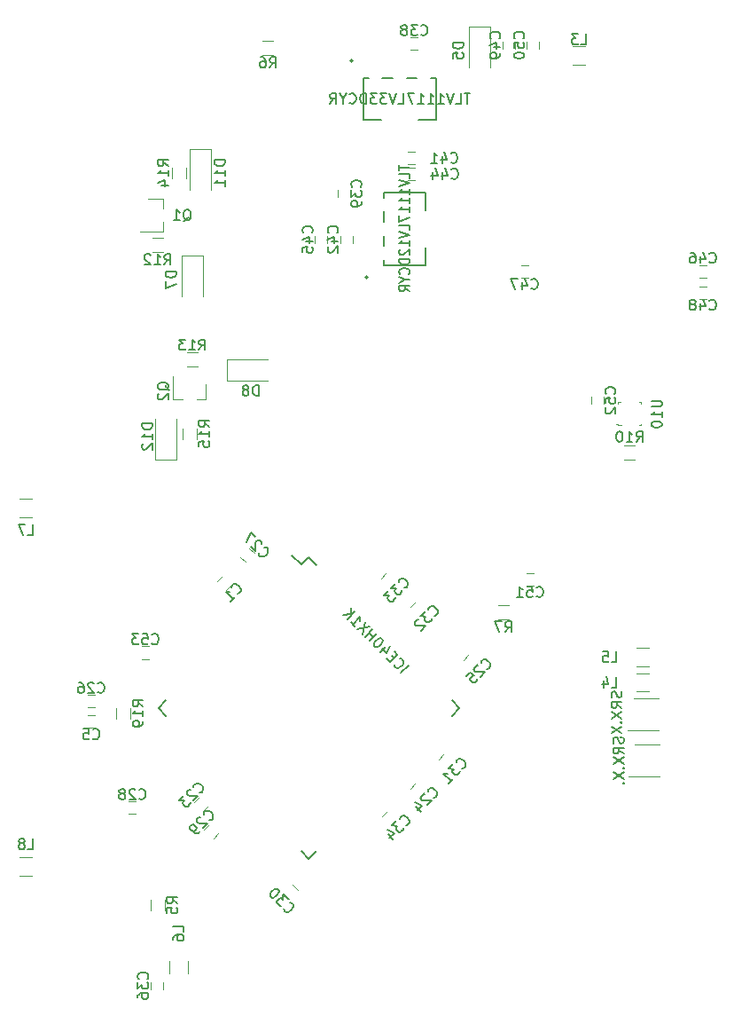
<source format=gbr>
G04 #@! TF.GenerationSoftware,KiCad,Pcbnew,5.0.0-fee4fd1~66~ubuntu16.04.1*
G04 #@! TF.CreationDate,2018-10-21T13:34:44-05:00*
G04 #@! TF.ProjectId,design_emb,64657369676E5F656D622E6B69636164,rev?*
G04 #@! TF.SameCoordinates,Original*
G04 #@! TF.FileFunction,Legend,Bot*
G04 #@! TF.FilePolarity,Positive*
%FSLAX46Y46*%
G04 Gerber Fmt 4.6, Leading zero omitted, Abs format (unit mm)*
G04 Created by KiCad (PCBNEW 5.0.0-fee4fd1~66~ubuntu16.04.1) date Sun Oct 21 13:34:44 2018*
%MOMM*%
%LPD*%
G01*
G04 APERTURE LIST*
%ADD10C,0.120000*%
%ADD11C,0.150000*%
%ADD12C,0.152400*%
%ADD13C,0.100000*%
G04 APERTURE END LIST*
D10*
G04 #@! TO.C,L8*
X119336100Y-125764400D02*
X118136100Y-125764400D01*
X118136100Y-127524400D02*
X119336100Y-127524400D01*
D11*
G04 #@! TO.C,ICE40HX1K*
X145765918Y-97152638D02*
X145076488Y-97842068D01*
X160155541Y-111542261D02*
X159413078Y-112284724D01*
X145765918Y-125931884D02*
X146508380Y-125189422D01*
X131376295Y-111542261D02*
X132118757Y-110799799D01*
X145765918Y-97152638D02*
X146508380Y-97895101D01*
X131376295Y-111542261D02*
X132118757Y-112284724D01*
X145765918Y-125931884D02*
X145023455Y-125189422D01*
X160155541Y-111542261D02*
X159413078Y-110799799D01*
X145076488Y-97842068D02*
X144157250Y-96922829D01*
D10*
G04 #@! TO.C,C1*
X137844777Y-100239751D02*
X138339751Y-99744777D01*
X137491223Y-98896249D02*
X136996249Y-99391223D01*
G04 #@! TO.C,C23*
X135332223Y-120016349D02*
X134837249Y-120511323D01*
X135685777Y-121359851D02*
X136180751Y-120864877D01*
G04 #@! TO.C,C24*
X156272477Y-120039051D02*
X156767451Y-119544077D01*
X155918923Y-118695549D02*
X155423949Y-119190523D01*
G04 #@! TO.C,C25*
X160998923Y-106427349D02*
X160503949Y-106922323D01*
X161352477Y-107770851D02*
X161847451Y-107275877D01*
G04 #@! TO.C,C26*
X125318000Y-110271000D02*
X124618000Y-110271000D01*
X124618000Y-111471000D02*
X125318000Y-111471000D01*
G04 #@! TO.C,C27*
X139192000Y-97089128D02*
X139686974Y-97584102D01*
X140535502Y-96735574D02*
X140040528Y-96240600D01*
G04 #@! TO.C,C28*
X128555001Y-121631000D02*
X129254999Y-121631000D01*
X129254999Y-120431000D02*
X128555001Y-120431000D01*
G04 #@! TO.C,C29*
X136625577Y-123976051D02*
X137120551Y-123481077D01*
X136272023Y-122632549D02*
X135777049Y-123127523D01*
G04 #@! TO.C,C30*
X143346249Y-129208777D02*
X143841223Y-129703751D01*
X144689751Y-128855223D02*
X144194777Y-128360249D01*
G04 #@! TO.C,C31*
X158990277Y-117257751D02*
X159485251Y-116762777D01*
X158636723Y-115914249D02*
X158141749Y-116409223D01*
G04 #@! TO.C,C32*
X155982423Y-101347349D02*
X155487449Y-101842323D01*
X156335977Y-102690851D02*
X156830951Y-102195877D01*
G04 #@! TO.C,C33*
X153124923Y-98693049D02*
X152629949Y-99188023D01*
X153478477Y-100036551D02*
X153973451Y-99541577D01*
G04 #@! TO.C,C34*
X153251923Y-121349849D02*
X152756949Y-121844823D01*
X153605477Y-122693351D02*
X154100451Y-122198377D01*
G04 #@! TO.C,C36*
X131816400Y-138348200D02*
X131816400Y-137648200D01*
X130616400Y-137648200D02*
X130616400Y-138348200D01*
G04 #@! TO.C,C38*
X156179000Y-47533000D02*
X155479000Y-47533000D01*
X155479000Y-48733000D02*
X156179000Y-48733000D01*
G04 #@! TO.C,C39*
X148498000Y-62073000D02*
X148498000Y-62773000D01*
X149698000Y-62773000D02*
X149698000Y-62073000D01*
G04 #@! TO.C,C41*
X155925000Y-58455000D02*
X155225000Y-58455000D01*
X155225000Y-59655000D02*
X155925000Y-59655000D01*
G04 #@! TO.C,C42*
X148752000Y-66452000D02*
X148752000Y-67152000D01*
X149952000Y-67152000D02*
X149952000Y-66452000D01*
G04 #@! TO.C,C44*
X155225000Y-61179000D02*
X155925000Y-61179000D01*
X155925000Y-59979000D02*
X155225000Y-59979000D01*
G04 #@! TO.C,C45*
X147539000Y-67152000D02*
X147539000Y-66452000D01*
X146339000Y-66452000D02*
X146339000Y-67152000D01*
G04 #@! TO.C,C46*
X183738000Y-69250000D02*
X183038000Y-69250000D01*
X183038000Y-70450000D02*
X183738000Y-70450000D01*
G04 #@! TO.C,C47*
X166720000Y-69250000D02*
X166020000Y-69250000D01*
X166020000Y-70450000D02*
X166720000Y-70450000D01*
G04 #@! TO.C,C48*
X183038000Y-72482000D02*
X183738000Y-72482000D01*
X183738000Y-71282000D02*
X183038000Y-71282000D01*
G04 #@! TO.C,C49*
X164246000Y-47910000D02*
X164246000Y-48610000D01*
X165446000Y-48610000D02*
X165446000Y-47910000D01*
G04 #@! TO.C,C50*
X167732000Y-48610000D02*
X167732000Y-47910000D01*
X166532000Y-47910000D02*
X166532000Y-48610000D01*
G04 #@! TO.C,C51*
X166528000Y-99816201D02*
X167228000Y-99816201D01*
X167228000Y-98616201D02*
X166528000Y-98616201D01*
G04 #@! TO.C,C52*
X173955000Y-82519000D02*
X173955000Y-81819000D01*
X172755000Y-81819000D02*
X172755000Y-82519000D01*
G04 #@! TO.C,C53*
X130484400Y-105635500D02*
X129784400Y-105635500D01*
X129784400Y-106835500D02*
X130484400Y-106835500D01*
G04 #@! TO.C,D5*
X161052000Y-46518000D02*
X161052000Y-50418000D01*
X163052000Y-46518000D02*
X163052000Y-50418000D01*
X161052000Y-46518000D02*
X163052000Y-46518000D01*
G04 #@! TO.C,D7*
X133620000Y-68362000D02*
X135620000Y-68362000D01*
X135620000Y-68362000D02*
X135620000Y-72262000D01*
X133620000Y-68362000D02*
X133620000Y-72262000D01*
G04 #@! TO.C,D8*
X137958000Y-80248000D02*
X141858000Y-80248000D01*
X137958000Y-78248000D02*
X141858000Y-78248000D01*
X137958000Y-80248000D02*
X137958000Y-78248000D01*
G04 #@! TO.C,D11*
X134382000Y-58202000D02*
X134382000Y-62102000D01*
X136382000Y-58202000D02*
X136382000Y-62102000D01*
X134382000Y-58202000D02*
X136382000Y-58202000D01*
G04 #@! TO.C,D12*
X133080000Y-87848000D02*
X131080000Y-87848000D01*
X131080000Y-87848000D02*
X131080000Y-83948000D01*
X133080000Y-87848000D02*
X133080000Y-83948000D01*
G04 #@! TO.C,L3*
X170977000Y-50156000D02*
X172177000Y-50156000D01*
X172177000Y-48396000D02*
X170977000Y-48396000D01*
G04 #@! TO.C,R5*
X131985300Y-130827400D02*
X131985300Y-129827400D01*
X130625300Y-129827400D02*
X130625300Y-130827400D01*
G04 #@! TO.C,R6*
X141359000Y-49194000D02*
X142359000Y-49194000D01*
X142359000Y-47834000D02*
X141359000Y-47834000D01*
G04 #@! TO.C,R7*
X163838000Y-103042000D02*
X164838000Y-103042000D01*
X164838000Y-101682000D02*
X163838000Y-101682000D01*
G04 #@! TO.C,R10*
X175903000Y-87802000D02*
X176903000Y-87802000D01*
X176903000Y-86442000D02*
X175903000Y-86442000D01*
G04 #@! TO.C,R12*
X131818000Y-66630000D02*
X130818000Y-66630000D01*
X130818000Y-67990000D02*
X131818000Y-67990000D01*
G04 #@! TO.C,R13*
X135120000Y-77552000D02*
X134120000Y-77552000D01*
X134120000Y-78912000D02*
X135120000Y-78912000D01*
G04 #@! TO.C,R14*
X132670000Y-59952000D02*
X132670000Y-60952000D01*
X134030000Y-60952000D02*
X134030000Y-59952000D01*
G04 #@! TO.C,R15*
X135046000Y-85844000D02*
X135046000Y-84844000D01*
X133686000Y-84844000D02*
X133686000Y-85844000D01*
G04 #@! TO.C,SRX.X.*
X176854000Y-114959800D02*
X179254000Y-114959800D01*
X179254000Y-118059800D02*
X176304000Y-118059800D01*
X179177800Y-113678300D02*
X176227800Y-113678300D01*
X176777800Y-110578300D02*
X179177800Y-110578300D01*
D12*
G04 #@! TO.C,U6*
X149936200Y-49764950D02*
G75*
G03X149936200Y-49764950I-127000J0D01*
G01*
X152642258Y-55391050D02*
X150952200Y-55391050D01*
X157402842Y-51428650D02*
X157911800Y-51428650D01*
X155091442Y-51428650D02*
X156083958Y-51428650D01*
X152780042Y-51428650D02*
X153772558Y-51428650D01*
X150952200Y-55391050D02*
X150952200Y-51428650D01*
X157911800Y-55391050D02*
X156221742Y-55391050D01*
X157911800Y-51428650D02*
X157911800Y-55391050D01*
X150952200Y-51428650D02*
X151461158Y-51428650D01*
G04 #@! TO.C,U7*
X152958800Y-69265800D02*
X152958800Y-68756842D01*
X152958800Y-62306200D02*
X156921200Y-62306200D01*
X156921200Y-62306200D02*
X156921200Y-63996258D01*
X156921200Y-69265800D02*
X152958800Y-69265800D01*
X152958800Y-67437958D02*
X152958800Y-66445442D01*
X152958800Y-65126558D02*
X152958800Y-64134042D01*
X152958800Y-62815158D02*
X152958800Y-62306200D01*
X156921200Y-67575742D02*
X156921200Y-69265800D01*
X151422100Y-70408800D02*
G75*
G03X151422100Y-70408800I-127000J0D01*
G01*
D13*
G04 #@! TO.C,U10*
X177503000Y-82339000D02*
X177503000Y-82439000D01*
X177503000Y-84539000D02*
X177503000Y-84439000D01*
X175303000Y-84439000D02*
X175103000Y-84439000D01*
X175303000Y-82439000D02*
X175303000Y-82339000D01*
X175303000Y-82339000D02*
X175503000Y-82339000D01*
X177503000Y-82339000D02*
X177303000Y-82339000D01*
X177503000Y-84539000D02*
X177303000Y-84539000D01*
X175603000Y-84539000D02*
X175303000Y-84539000D01*
X175303000Y-84539000D02*
X175303000Y-84439000D01*
D10*
G04 #@! TO.C,Q1*
X131824000Y-62936000D02*
X130364000Y-62936000D01*
X131824000Y-66096000D02*
X129664000Y-66096000D01*
X131824000Y-66096000D02*
X131824000Y-65166000D01*
X131824000Y-62936000D02*
X131824000Y-63866000D01*
G04 #@! TO.C,Q2*
X135946000Y-82040000D02*
X135016000Y-82040000D01*
X132786000Y-82040000D02*
X133716000Y-82040000D01*
X132786000Y-82040000D02*
X132786000Y-79880000D01*
X135946000Y-82040000D02*
X135946000Y-80580000D01*
G04 #@! TO.C,L4*
X177060300Y-109947600D02*
X178260300Y-109947600D01*
X178260300Y-108187600D02*
X177060300Y-108187600D01*
G04 #@! TO.C,L5*
X178247600Y-105774600D02*
X177047600Y-105774600D01*
X177047600Y-107534600D02*
X178247600Y-107534600D01*
G04 #@! TO.C,L6*
X134230000Y-136871000D02*
X134230000Y-135671000D01*
X132470000Y-135671000D02*
X132470000Y-136871000D01*
G04 #@! TO.C,L7*
X118145000Y-93336000D02*
X119345000Y-93336000D01*
X119345000Y-91576000D02*
X118145000Y-91576000D01*
G04 #@! TO.C,C5*
X124618000Y-113376000D02*
X125318000Y-113376000D01*
X125318000Y-112176000D02*
X124618000Y-112176000D01*
G04 #@! TO.C,R19*
X127336000Y-111514000D02*
X127336000Y-112514000D01*
X128696000Y-112514000D02*
X128696000Y-111514000D01*
G04 #@! TO.C,L8*
D11*
X118902766Y-124996780D02*
X119378957Y-124996780D01*
X119378957Y-123996780D01*
X118426576Y-124425352D02*
X118521814Y-124377733D01*
X118569433Y-124330114D01*
X118617052Y-124234876D01*
X118617052Y-124187257D01*
X118569433Y-124092019D01*
X118521814Y-124044400D01*
X118426576Y-123996780D01*
X118236100Y-123996780D01*
X118140861Y-124044400D01*
X118093242Y-124092019D01*
X118045623Y-124187257D01*
X118045623Y-124234876D01*
X118093242Y-124330114D01*
X118140861Y-124377733D01*
X118236100Y-124425352D01*
X118426576Y-124425352D01*
X118521814Y-124472971D01*
X118569433Y-124520590D01*
X118617052Y-124615828D01*
X118617052Y-124806304D01*
X118569433Y-124901542D01*
X118521814Y-124949161D01*
X118426576Y-124996780D01*
X118236100Y-124996780D01*
X118140861Y-124949161D01*
X118093242Y-124901542D01*
X118045623Y-124806304D01*
X118045623Y-124615828D01*
X118093242Y-124520590D01*
X118140861Y-124472971D01*
X118236100Y-124425352D01*
G04 #@! TO.C,ICE40HX1K*
X154570367Y-108156629D02*
X155277473Y-107449522D01*
X153896932Y-107348507D02*
X153896932Y-107415850D01*
X153964275Y-107550537D01*
X154031619Y-107617881D01*
X154166306Y-107685224D01*
X154300993Y-107685224D01*
X154402008Y-107651553D01*
X154570367Y-107550537D01*
X154671382Y-107449522D01*
X154772397Y-107281163D01*
X154806069Y-107180148D01*
X154806069Y-107045461D01*
X154738725Y-106910774D01*
X154671382Y-106843431D01*
X154536695Y-106776087D01*
X154469351Y-106776087D01*
X153896932Y-106742415D02*
X153661229Y-106506713D01*
X153189825Y-106776087D02*
X153526542Y-107112805D01*
X154233649Y-106405698D01*
X153896932Y-106068980D01*
X153055138Y-105698591D02*
X152583733Y-106169996D01*
X153492871Y-105597576D02*
X153156153Y-106271011D01*
X152718420Y-105833278D01*
X152785764Y-104957812D02*
X152718420Y-104890469D01*
X152617405Y-104856797D01*
X152550062Y-104856797D01*
X152449046Y-104890469D01*
X152280688Y-104991484D01*
X152112329Y-105159843D01*
X152011313Y-105328202D01*
X151977642Y-105429217D01*
X151977642Y-105496561D01*
X152011313Y-105597576D01*
X152078657Y-105664919D01*
X152179672Y-105698591D01*
X152247016Y-105698591D01*
X152348031Y-105664919D01*
X152516390Y-105563904D01*
X152684749Y-105395545D01*
X152785764Y-105227187D01*
X152819436Y-105126171D01*
X152819436Y-105058828D01*
X152785764Y-104957812D01*
X151539909Y-105126171D02*
X152247016Y-104419064D01*
X151910298Y-104755782D02*
X151506237Y-104351721D01*
X151135848Y-104722110D02*
X151842955Y-104015003D01*
X151573581Y-103745629D02*
X150395069Y-103981332D01*
X151102176Y-103274225D02*
X150866474Y-104452736D01*
X149755306Y-103341568D02*
X150159367Y-103745629D01*
X149957337Y-103543599D02*
X150664443Y-102836492D01*
X150630772Y-103004851D01*
X150630772Y-103139538D01*
X150664443Y-103240553D01*
X149452260Y-103038523D02*
X150159367Y-102331416D01*
X149048199Y-102634462D02*
X149755306Y-102533446D01*
X149755306Y-101927355D02*
X149755306Y-102735477D01*
G04 #@! TO.C,C1*
X138922272Y-100586570D02*
X138989615Y-100586570D01*
X139124302Y-100519226D01*
X139191646Y-100451883D01*
X139258989Y-100317195D01*
X139258989Y-100182508D01*
X139225318Y-100081493D01*
X139124302Y-99913134D01*
X139023287Y-99812119D01*
X138854928Y-99711104D01*
X138753913Y-99677432D01*
X138619226Y-99677432D01*
X138484539Y-99744776D01*
X138417195Y-99812119D01*
X138349852Y-99946806D01*
X138349852Y-100014150D01*
X138316180Y-101327348D02*
X138720241Y-100923287D01*
X138518211Y-101125318D02*
X137811104Y-100418211D01*
X137979463Y-100451883D01*
X138114150Y-100451883D01*
X138215165Y-100418211D01*
G04 #@! TO.C,C23*
X135332223Y-119602186D02*
X135399567Y-119602186D01*
X135534254Y-119534842D01*
X135601597Y-119467499D01*
X135668941Y-119332812D01*
X135668941Y-119198125D01*
X135635269Y-119097110D01*
X135534254Y-118928751D01*
X135433239Y-118827736D01*
X135264880Y-118726720D01*
X135163865Y-118693049D01*
X135029178Y-118693049D01*
X134894491Y-118760392D01*
X134827147Y-118827736D01*
X134759804Y-118962423D01*
X134759804Y-119029766D01*
X134490429Y-119299140D02*
X134423086Y-119299140D01*
X134322071Y-119332812D01*
X134153712Y-119501171D01*
X134120040Y-119602186D01*
X134120040Y-119669529D01*
X134153712Y-119770545D01*
X134221055Y-119837888D01*
X134355742Y-119905232D01*
X135163865Y-119905232D01*
X134726132Y-120342965D01*
X133783323Y-119871560D02*
X133345590Y-120309293D01*
X133850666Y-120342965D01*
X133749651Y-120443980D01*
X133715979Y-120544995D01*
X133715979Y-120612339D01*
X133749651Y-120713354D01*
X133918010Y-120881713D01*
X134019025Y-120915384D01*
X134086368Y-120915384D01*
X134187384Y-120881713D01*
X134389414Y-120679682D01*
X134423086Y-120578667D01*
X134423086Y-120511323D01*
G04 #@! TO.C,C24*
X157686689Y-120049152D02*
X157754033Y-120049152D01*
X157888720Y-119981808D01*
X157956063Y-119914465D01*
X158023407Y-119779778D01*
X158023407Y-119645091D01*
X157989735Y-119544076D01*
X157888720Y-119375717D01*
X157787705Y-119274702D01*
X157619346Y-119173686D01*
X157518331Y-119140015D01*
X157383644Y-119140015D01*
X157248957Y-119207358D01*
X157181613Y-119274702D01*
X157114270Y-119409389D01*
X157114270Y-119476732D01*
X156844895Y-119746106D02*
X156777552Y-119746106D01*
X156676537Y-119779778D01*
X156508178Y-119948137D01*
X156474506Y-120049152D01*
X156474506Y-120116495D01*
X156508178Y-120217511D01*
X156575521Y-120284854D01*
X156710208Y-120352198D01*
X157518331Y-120352198D01*
X157080598Y-120789931D01*
X156003102Y-120924618D02*
X156474506Y-121396022D01*
X155902086Y-120486885D02*
X156575521Y-120823602D01*
X156137789Y-121261335D01*
G04 #@! TO.C,C25*
X162766689Y-107780952D02*
X162834033Y-107780952D01*
X162968720Y-107713608D01*
X163036063Y-107646265D01*
X163103407Y-107511578D01*
X163103407Y-107376891D01*
X163069735Y-107275876D01*
X162968720Y-107107517D01*
X162867705Y-107006502D01*
X162699346Y-106905486D01*
X162598331Y-106871815D01*
X162463644Y-106871815D01*
X162328957Y-106939158D01*
X162261613Y-107006502D01*
X162194270Y-107141189D01*
X162194270Y-107208532D01*
X161924895Y-107477906D02*
X161857552Y-107477906D01*
X161756537Y-107511578D01*
X161588178Y-107679937D01*
X161554506Y-107780952D01*
X161554506Y-107848295D01*
X161588178Y-107949311D01*
X161655521Y-108016654D01*
X161790208Y-108083998D01*
X162598331Y-108083998D01*
X162160598Y-108521731D01*
X160813728Y-108454387D02*
X161150445Y-108117670D01*
X161520834Y-108420715D01*
X161453491Y-108420715D01*
X161352476Y-108454387D01*
X161184117Y-108622746D01*
X161150445Y-108723761D01*
X161150445Y-108791105D01*
X161184117Y-108892120D01*
X161352476Y-109060479D01*
X161453491Y-109094150D01*
X161520834Y-109094150D01*
X161621850Y-109060479D01*
X161790208Y-108892120D01*
X161823880Y-108791105D01*
X161823880Y-108723761D01*
G04 #@! TO.C,C26*
X125610857Y-109978142D02*
X125658476Y-110025761D01*
X125801333Y-110073380D01*
X125896571Y-110073380D01*
X126039428Y-110025761D01*
X126134666Y-109930523D01*
X126182285Y-109835285D01*
X126229904Y-109644809D01*
X126229904Y-109501952D01*
X126182285Y-109311476D01*
X126134666Y-109216238D01*
X126039428Y-109121000D01*
X125896571Y-109073380D01*
X125801333Y-109073380D01*
X125658476Y-109121000D01*
X125610857Y-109168619D01*
X125229904Y-109168619D02*
X125182285Y-109121000D01*
X125087047Y-109073380D01*
X124848952Y-109073380D01*
X124753714Y-109121000D01*
X124706095Y-109168619D01*
X124658476Y-109263857D01*
X124658476Y-109359095D01*
X124706095Y-109501952D01*
X125277523Y-110073380D01*
X124658476Y-110073380D01*
X123801333Y-109073380D02*
X123991809Y-109073380D01*
X124087047Y-109121000D01*
X124134666Y-109168619D01*
X124229904Y-109311476D01*
X124277523Y-109501952D01*
X124277523Y-109882904D01*
X124229904Y-109978142D01*
X124182285Y-110025761D01*
X124087047Y-110073380D01*
X123896571Y-110073380D01*
X123801333Y-110025761D01*
X123753714Y-109978142D01*
X123706095Y-109882904D01*
X123706095Y-109644809D01*
X123753714Y-109549571D01*
X123801333Y-109501952D01*
X123896571Y-109454333D01*
X124087047Y-109454333D01*
X124182285Y-109501952D01*
X124229904Y-109549571D01*
X124277523Y-109644809D01*
G04 #@! TO.C,C27*
X140949664Y-96735574D02*
X140949664Y-96802918D01*
X141017008Y-96937605D01*
X141084351Y-97004948D01*
X141219038Y-97072292D01*
X141353725Y-97072292D01*
X141454740Y-97038620D01*
X141623099Y-96937605D01*
X141724114Y-96836590D01*
X141825130Y-96668231D01*
X141858801Y-96567216D01*
X141858801Y-96432529D01*
X141791458Y-96297842D01*
X141724114Y-96230498D01*
X141589427Y-96163155D01*
X141522084Y-96163155D01*
X141252710Y-95893780D02*
X141252710Y-95826437D01*
X141219038Y-95725422D01*
X141050679Y-95557063D01*
X140949664Y-95523391D01*
X140882321Y-95523391D01*
X140781305Y-95557063D01*
X140713962Y-95624406D01*
X140646618Y-95759093D01*
X140646618Y-96567216D01*
X140208885Y-96129483D01*
X140680290Y-95186674D02*
X140208885Y-94715269D01*
X139804824Y-95725422D01*
G04 #@! TO.C,C28*
X129547857Y-120138143D02*
X129595476Y-120185762D01*
X129738333Y-120233381D01*
X129833571Y-120233381D01*
X129976428Y-120185762D01*
X130071666Y-120090524D01*
X130119285Y-119995286D01*
X130166904Y-119804810D01*
X130166904Y-119661953D01*
X130119285Y-119471477D01*
X130071666Y-119376239D01*
X129976428Y-119281001D01*
X129833571Y-119233381D01*
X129738333Y-119233381D01*
X129595476Y-119281001D01*
X129547857Y-119328620D01*
X129166904Y-119328620D02*
X129119285Y-119281001D01*
X129024047Y-119233381D01*
X128785952Y-119233381D01*
X128690714Y-119281001D01*
X128643095Y-119328620D01*
X128595476Y-119423858D01*
X128595476Y-119519096D01*
X128643095Y-119661953D01*
X129214523Y-120233381D01*
X128595476Y-120233381D01*
X128024047Y-119661953D02*
X128119285Y-119614334D01*
X128166904Y-119566715D01*
X128214523Y-119471477D01*
X128214523Y-119423858D01*
X128166904Y-119328620D01*
X128119285Y-119281001D01*
X128024047Y-119233381D01*
X127833571Y-119233381D01*
X127738333Y-119281001D01*
X127690714Y-119328620D01*
X127643095Y-119423858D01*
X127643095Y-119471477D01*
X127690714Y-119566715D01*
X127738333Y-119614334D01*
X127833571Y-119661953D01*
X128024047Y-119661953D01*
X128119285Y-119709572D01*
X128166904Y-119757191D01*
X128214523Y-119852429D01*
X128214523Y-120042905D01*
X128166904Y-120138143D01*
X128119285Y-120185762D01*
X128024047Y-120233381D01*
X127833571Y-120233381D01*
X127738333Y-120185762D01*
X127690714Y-120138143D01*
X127643095Y-120042905D01*
X127643095Y-119852429D01*
X127690714Y-119757191D01*
X127738333Y-119709572D01*
X127833571Y-119661953D01*
G04 #@! TO.C,C29*
X136272023Y-122218386D02*
X136339367Y-122218386D01*
X136474054Y-122151042D01*
X136541397Y-122083699D01*
X136608741Y-121949012D01*
X136608741Y-121814325D01*
X136575069Y-121713310D01*
X136474054Y-121544951D01*
X136373039Y-121443936D01*
X136204680Y-121342920D01*
X136103665Y-121309249D01*
X135968978Y-121309249D01*
X135834291Y-121376592D01*
X135766947Y-121443936D01*
X135699604Y-121578623D01*
X135699604Y-121645966D01*
X135430229Y-121915340D02*
X135362886Y-121915340D01*
X135261871Y-121949012D01*
X135093512Y-122117371D01*
X135059840Y-122218386D01*
X135059840Y-122285729D01*
X135093512Y-122386745D01*
X135160855Y-122454088D01*
X135295542Y-122521432D01*
X136103665Y-122521432D01*
X135665932Y-122959165D01*
X135329214Y-123295882D02*
X135194527Y-123430569D01*
X135093512Y-123464241D01*
X135026168Y-123464241D01*
X134857810Y-123430569D01*
X134689451Y-123329554D01*
X134420077Y-123060180D01*
X134386405Y-122959165D01*
X134386405Y-122891821D01*
X134420077Y-122790806D01*
X134554764Y-122656119D01*
X134655779Y-122622447D01*
X134723123Y-122622447D01*
X134824138Y-122656119D01*
X134992497Y-122824478D01*
X135026168Y-122925493D01*
X135026168Y-122992836D01*
X134992497Y-123093852D01*
X134857810Y-123228539D01*
X134756794Y-123262210D01*
X134689451Y-123262210D01*
X134588436Y-123228539D01*
G04 #@! TO.C,C30*
X143336147Y-130622989D02*
X143336147Y-130690333D01*
X143403491Y-130825020D01*
X143470834Y-130892363D01*
X143605521Y-130959707D01*
X143740208Y-130959707D01*
X143841223Y-130926035D01*
X144009582Y-130825020D01*
X144110597Y-130724005D01*
X144211613Y-130555646D01*
X144245284Y-130454631D01*
X144245284Y-130319944D01*
X144177941Y-130185257D01*
X144110597Y-130117913D01*
X143975910Y-130050570D01*
X143908567Y-130050570D01*
X143740208Y-129747524D02*
X143302475Y-129309791D01*
X143268804Y-129814867D01*
X143167788Y-129713852D01*
X143066773Y-129680180D01*
X142999429Y-129680180D01*
X142898414Y-129713852D01*
X142730055Y-129882211D01*
X142696384Y-129983226D01*
X142696384Y-130050570D01*
X142730055Y-130151585D01*
X142932086Y-130353615D01*
X143033101Y-130387287D01*
X143100445Y-130387287D01*
X142864742Y-128872058D02*
X142797399Y-128804715D01*
X142696384Y-128771043D01*
X142629040Y-128771043D01*
X142528025Y-128804715D01*
X142359666Y-128905730D01*
X142191307Y-129074089D01*
X142090292Y-129242447D01*
X142056620Y-129343463D01*
X142056620Y-129410806D01*
X142090292Y-129511821D01*
X142157636Y-129579165D01*
X142258651Y-129612837D01*
X142325994Y-129612837D01*
X142427010Y-129579165D01*
X142595368Y-129478150D01*
X142763727Y-129309791D01*
X142864742Y-129141432D01*
X142898414Y-129040417D01*
X142898414Y-128973073D01*
X142864742Y-128872058D01*
G04 #@! TO.C,C31*
X160404489Y-117267852D02*
X160471833Y-117267852D01*
X160606520Y-117200508D01*
X160673863Y-117133165D01*
X160741207Y-116998478D01*
X160741207Y-116863791D01*
X160707535Y-116762776D01*
X160606520Y-116594417D01*
X160505505Y-116493402D01*
X160337146Y-116392386D01*
X160236131Y-116358715D01*
X160101444Y-116358715D01*
X159966757Y-116426058D01*
X159899413Y-116493402D01*
X159832070Y-116628089D01*
X159832070Y-116695432D01*
X159529024Y-116863791D02*
X159091291Y-117301524D01*
X159596367Y-117335195D01*
X159495352Y-117436211D01*
X159461680Y-117537226D01*
X159461680Y-117604570D01*
X159495352Y-117705585D01*
X159663711Y-117873944D01*
X159764726Y-117907615D01*
X159832070Y-117907615D01*
X159933085Y-117873944D01*
X160135115Y-117671913D01*
X160168787Y-117570898D01*
X160168787Y-117503554D01*
X159124963Y-118682066D02*
X159529024Y-118278005D01*
X159326993Y-118480035D02*
X158619886Y-117772928D01*
X158788245Y-117806600D01*
X158922932Y-117806600D01*
X159023947Y-117772928D01*
G04 #@! TO.C,C32*
X157750189Y-102700952D02*
X157817533Y-102700952D01*
X157952220Y-102633608D01*
X158019563Y-102566265D01*
X158086907Y-102431578D01*
X158086907Y-102296891D01*
X158053235Y-102195876D01*
X157952220Y-102027517D01*
X157851205Y-101926502D01*
X157682846Y-101825486D01*
X157581831Y-101791815D01*
X157447144Y-101791815D01*
X157312457Y-101859158D01*
X157245113Y-101926502D01*
X157177770Y-102061189D01*
X157177770Y-102128532D01*
X156874724Y-102296891D02*
X156436991Y-102734624D01*
X156942067Y-102768295D01*
X156841052Y-102869311D01*
X156807380Y-102970326D01*
X156807380Y-103037670D01*
X156841052Y-103138685D01*
X157009411Y-103307044D01*
X157110426Y-103340715D01*
X157177770Y-103340715D01*
X157278785Y-103307044D01*
X157480815Y-103105013D01*
X157514487Y-103003998D01*
X157514487Y-102936654D01*
X156234960Y-103071341D02*
X156167617Y-103071341D01*
X156066602Y-103105013D01*
X155898243Y-103273372D01*
X155864571Y-103374387D01*
X155864571Y-103441731D01*
X155898243Y-103542746D01*
X155965586Y-103610089D01*
X156100273Y-103677433D01*
X156908395Y-103677433D01*
X156470663Y-104115166D01*
G04 #@! TO.C,C33*
X154892689Y-100046652D02*
X154960033Y-100046652D01*
X155094720Y-99979308D01*
X155162063Y-99911965D01*
X155229407Y-99777278D01*
X155229407Y-99642591D01*
X155195735Y-99541576D01*
X155094720Y-99373217D01*
X154993705Y-99272202D01*
X154825346Y-99171186D01*
X154724331Y-99137515D01*
X154589644Y-99137515D01*
X154454957Y-99204858D01*
X154387613Y-99272202D01*
X154320270Y-99406889D01*
X154320270Y-99474232D01*
X154017224Y-99642591D02*
X153579491Y-100080324D01*
X154084567Y-100113995D01*
X153983552Y-100215011D01*
X153949880Y-100316026D01*
X153949880Y-100383370D01*
X153983552Y-100484385D01*
X154151911Y-100652744D01*
X154252926Y-100686415D01*
X154320270Y-100686415D01*
X154421285Y-100652744D01*
X154623315Y-100450713D01*
X154656987Y-100349698D01*
X154656987Y-100282354D01*
X153343789Y-100316026D02*
X152906056Y-100753759D01*
X153411132Y-100787431D01*
X153310117Y-100888446D01*
X153276445Y-100989461D01*
X153276445Y-101056805D01*
X153310117Y-101157820D01*
X153478476Y-101326179D01*
X153579491Y-101359850D01*
X153646834Y-101359850D01*
X153747850Y-101326179D01*
X153949880Y-101124148D01*
X153983552Y-101023133D01*
X153983552Y-100955789D01*
G04 #@! TO.C,C34*
X155019682Y-122703445D02*
X155087026Y-122703445D01*
X155221713Y-122636101D01*
X155289056Y-122568758D01*
X155356400Y-122434071D01*
X155356400Y-122299384D01*
X155322728Y-122198369D01*
X155221713Y-122030010D01*
X155120698Y-121928995D01*
X154952339Y-121827979D01*
X154851324Y-121794308D01*
X154716637Y-121794308D01*
X154581950Y-121861651D01*
X154514606Y-121928995D01*
X154447263Y-122063682D01*
X154447263Y-122131025D01*
X154144217Y-122299384D02*
X153706484Y-122737117D01*
X154211560Y-122770788D01*
X154110545Y-122871804D01*
X154076873Y-122972819D01*
X154076873Y-123040163D01*
X154110545Y-123141178D01*
X154278904Y-123309537D01*
X154379919Y-123343208D01*
X154447263Y-123343208D01*
X154548278Y-123309537D01*
X154750308Y-123107506D01*
X154783980Y-123006491D01*
X154783980Y-122939147D01*
X153336095Y-123578911D02*
X153807499Y-124050315D01*
X153235079Y-123141178D02*
X153908514Y-123477895D01*
X153470782Y-123915628D01*
G04 #@! TO.C,C36*
X130323542Y-137355342D02*
X130371161Y-137307723D01*
X130418780Y-137164866D01*
X130418780Y-137069628D01*
X130371161Y-136926771D01*
X130275923Y-136831533D01*
X130180685Y-136783914D01*
X129990209Y-136736295D01*
X129847352Y-136736295D01*
X129656876Y-136783914D01*
X129561638Y-136831533D01*
X129466400Y-136926771D01*
X129418780Y-137069628D01*
X129418780Y-137164866D01*
X129466400Y-137307723D01*
X129514019Y-137355342D01*
X129418780Y-137688676D02*
X129418780Y-138307723D01*
X129799733Y-137974390D01*
X129799733Y-138117247D01*
X129847352Y-138212485D01*
X129894971Y-138260104D01*
X129990209Y-138307723D01*
X130228304Y-138307723D01*
X130323542Y-138260104D01*
X130371161Y-138212485D01*
X130418780Y-138117247D01*
X130418780Y-137831533D01*
X130371161Y-137736295D01*
X130323542Y-137688676D01*
X129418780Y-139164866D02*
X129418780Y-138974390D01*
X129466400Y-138879152D01*
X129514019Y-138831533D01*
X129656876Y-138736295D01*
X129847352Y-138688676D01*
X130228304Y-138688676D01*
X130323542Y-138736295D01*
X130371161Y-138783914D01*
X130418780Y-138879152D01*
X130418780Y-139069628D01*
X130371161Y-139164866D01*
X130323542Y-139212485D01*
X130228304Y-139260104D01*
X129990209Y-139260104D01*
X129894971Y-139212485D01*
X129847352Y-139164866D01*
X129799733Y-139069628D01*
X129799733Y-138879152D01*
X129847352Y-138783914D01*
X129894971Y-138736295D01*
X129990209Y-138688676D01*
G04 #@! TO.C,C38*
X156471857Y-47240142D02*
X156519476Y-47287761D01*
X156662333Y-47335380D01*
X156757571Y-47335380D01*
X156900428Y-47287761D01*
X156995666Y-47192523D01*
X157043285Y-47097285D01*
X157090904Y-46906809D01*
X157090904Y-46763952D01*
X157043285Y-46573476D01*
X156995666Y-46478238D01*
X156900428Y-46383000D01*
X156757571Y-46335380D01*
X156662333Y-46335380D01*
X156519476Y-46383000D01*
X156471857Y-46430619D01*
X156138523Y-46335380D02*
X155519476Y-46335380D01*
X155852809Y-46716333D01*
X155709952Y-46716333D01*
X155614714Y-46763952D01*
X155567095Y-46811571D01*
X155519476Y-46906809D01*
X155519476Y-47144904D01*
X155567095Y-47240142D01*
X155614714Y-47287761D01*
X155709952Y-47335380D01*
X155995666Y-47335380D01*
X156090904Y-47287761D01*
X156138523Y-47240142D01*
X154948047Y-46763952D02*
X155043285Y-46716333D01*
X155090904Y-46668714D01*
X155138523Y-46573476D01*
X155138523Y-46525857D01*
X155090904Y-46430619D01*
X155043285Y-46383000D01*
X154948047Y-46335380D01*
X154757571Y-46335380D01*
X154662333Y-46383000D01*
X154614714Y-46430619D01*
X154567095Y-46525857D01*
X154567095Y-46573476D01*
X154614714Y-46668714D01*
X154662333Y-46716333D01*
X154757571Y-46763952D01*
X154948047Y-46763952D01*
X155043285Y-46811571D01*
X155090904Y-46859190D01*
X155138523Y-46954428D01*
X155138523Y-47144904D01*
X155090904Y-47240142D01*
X155043285Y-47287761D01*
X154948047Y-47335380D01*
X154757571Y-47335380D01*
X154662333Y-47287761D01*
X154614714Y-47240142D01*
X154567095Y-47144904D01*
X154567095Y-46954428D01*
X154614714Y-46859190D01*
X154662333Y-46811571D01*
X154757571Y-46763952D01*
G04 #@! TO.C,C39*
X150705142Y-61780142D02*
X150752761Y-61732523D01*
X150800380Y-61589666D01*
X150800380Y-61494428D01*
X150752761Y-61351571D01*
X150657523Y-61256333D01*
X150562285Y-61208714D01*
X150371809Y-61161095D01*
X150228952Y-61161095D01*
X150038476Y-61208714D01*
X149943238Y-61256333D01*
X149848000Y-61351571D01*
X149800380Y-61494428D01*
X149800380Y-61589666D01*
X149848000Y-61732523D01*
X149895619Y-61780142D01*
X149800380Y-62113476D02*
X149800380Y-62732523D01*
X150181333Y-62399190D01*
X150181333Y-62542047D01*
X150228952Y-62637285D01*
X150276571Y-62684904D01*
X150371809Y-62732523D01*
X150609904Y-62732523D01*
X150705142Y-62684904D01*
X150752761Y-62637285D01*
X150800380Y-62542047D01*
X150800380Y-62256333D01*
X150752761Y-62161095D01*
X150705142Y-62113476D01*
X150800380Y-63208714D02*
X150800380Y-63399190D01*
X150752761Y-63494428D01*
X150705142Y-63542047D01*
X150562285Y-63637285D01*
X150371809Y-63684904D01*
X149990857Y-63684904D01*
X149895619Y-63637285D01*
X149848000Y-63589666D01*
X149800380Y-63494428D01*
X149800380Y-63303952D01*
X149848000Y-63208714D01*
X149895619Y-63161095D01*
X149990857Y-63113476D01*
X150228952Y-63113476D01*
X150324190Y-63161095D01*
X150371809Y-63208714D01*
X150419428Y-63303952D01*
X150419428Y-63494428D01*
X150371809Y-63589666D01*
X150324190Y-63637285D01*
X150228952Y-63684904D01*
G04 #@! TO.C,C41*
X159329357Y-59412142D02*
X159376976Y-59459761D01*
X159519833Y-59507380D01*
X159615071Y-59507380D01*
X159757928Y-59459761D01*
X159853166Y-59364523D01*
X159900785Y-59269285D01*
X159948404Y-59078809D01*
X159948404Y-58935952D01*
X159900785Y-58745476D01*
X159853166Y-58650238D01*
X159757928Y-58555000D01*
X159615071Y-58507380D01*
X159519833Y-58507380D01*
X159376976Y-58555000D01*
X159329357Y-58602619D01*
X158472214Y-58840714D02*
X158472214Y-59507380D01*
X158710309Y-58459761D02*
X158948404Y-59174047D01*
X158329357Y-59174047D01*
X157424595Y-59507380D02*
X157996023Y-59507380D01*
X157710309Y-59507380D02*
X157710309Y-58507380D01*
X157805547Y-58650238D01*
X157900785Y-58745476D01*
X157996023Y-58793095D01*
G04 #@! TO.C,C42*
X148459142Y-66159142D02*
X148506761Y-66111523D01*
X148554380Y-65968666D01*
X148554380Y-65873428D01*
X148506761Y-65730571D01*
X148411523Y-65635333D01*
X148316285Y-65587714D01*
X148125809Y-65540095D01*
X147982952Y-65540095D01*
X147792476Y-65587714D01*
X147697238Y-65635333D01*
X147602000Y-65730571D01*
X147554380Y-65873428D01*
X147554380Y-65968666D01*
X147602000Y-66111523D01*
X147649619Y-66159142D01*
X147887714Y-67016285D02*
X148554380Y-67016285D01*
X147506761Y-66778190D02*
X148221047Y-66540095D01*
X148221047Y-67159142D01*
X147649619Y-67492476D02*
X147602000Y-67540095D01*
X147554380Y-67635333D01*
X147554380Y-67873428D01*
X147602000Y-67968666D01*
X147649619Y-68016285D01*
X147744857Y-68063904D01*
X147840095Y-68063904D01*
X147982952Y-68016285D01*
X148554380Y-67444857D01*
X148554380Y-68063904D01*
G04 #@! TO.C,C44*
X159392857Y-60936142D02*
X159440476Y-60983761D01*
X159583333Y-61031380D01*
X159678571Y-61031380D01*
X159821428Y-60983761D01*
X159916666Y-60888523D01*
X159964285Y-60793285D01*
X160011904Y-60602809D01*
X160011904Y-60459952D01*
X159964285Y-60269476D01*
X159916666Y-60174238D01*
X159821428Y-60079000D01*
X159678571Y-60031380D01*
X159583333Y-60031380D01*
X159440476Y-60079000D01*
X159392857Y-60126619D01*
X158535714Y-60364714D02*
X158535714Y-61031380D01*
X158773809Y-59983761D02*
X159011904Y-60698047D01*
X158392857Y-60698047D01*
X157583333Y-60364714D02*
X157583333Y-61031380D01*
X157821428Y-59983761D02*
X158059523Y-60698047D01*
X157440476Y-60698047D01*
G04 #@! TO.C,C45*
X146046142Y-66159142D02*
X146093761Y-66111523D01*
X146141380Y-65968666D01*
X146141380Y-65873428D01*
X146093761Y-65730571D01*
X145998523Y-65635333D01*
X145903285Y-65587714D01*
X145712809Y-65540095D01*
X145569952Y-65540095D01*
X145379476Y-65587714D01*
X145284238Y-65635333D01*
X145189000Y-65730571D01*
X145141380Y-65873428D01*
X145141380Y-65968666D01*
X145189000Y-66111523D01*
X145236619Y-66159142D01*
X145474714Y-67016285D02*
X146141380Y-67016285D01*
X145093761Y-66778190D02*
X145808047Y-66540095D01*
X145808047Y-67159142D01*
X145141380Y-68016285D02*
X145141380Y-67540095D01*
X145617571Y-67492476D01*
X145569952Y-67540095D01*
X145522333Y-67635333D01*
X145522333Y-67873428D01*
X145569952Y-67968666D01*
X145617571Y-68016285D01*
X145712809Y-68063904D01*
X145950904Y-68063904D01*
X146046142Y-68016285D01*
X146093761Y-67968666D01*
X146141380Y-67873428D01*
X146141380Y-67635333D01*
X146093761Y-67540095D01*
X146046142Y-67492476D01*
G04 #@! TO.C,C46*
X184030857Y-68957142D02*
X184078476Y-69004761D01*
X184221333Y-69052380D01*
X184316571Y-69052380D01*
X184459428Y-69004761D01*
X184554666Y-68909523D01*
X184602285Y-68814285D01*
X184649904Y-68623809D01*
X184649904Y-68480952D01*
X184602285Y-68290476D01*
X184554666Y-68195238D01*
X184459428Y-68100000D01*
X184316571Y-68052380D01*
X184221333Y-68052380D01*
X184078476Y-68100000D01*
X184030857Y-68147619D01*
X183173714Y-68385714D02*
X183173714Y-69052380D01*
X183411809Y-68004761D02*
X183649904Y-68719047D01*
X183030857Y-68719047D01*
X182221333Y-68052380D02*
X182411809Y-68052380D01*
X182507047Y-68100000D01*
X182554666Y-68147619D01*
X182649904Y-68290476D01*
X182697523Y-68480952D01*
X182697523Y-68861904D01*
X182649904Y-68957142D01*
X182602285Y-69004761D01*
X182507047Y-69052380D01*
X182316571Y-69052380D01*
X182221333Y-69004761D01*
X182173714Y-68957142D01*
X182126095Y-68861904D01*
X182126095Y-68623809D01*
X182173714Y-68528571D01*
X182221333Y-68480952D01*
X182316571Y-68433333D01*
X182507047Y-68433333D01*
X182602285Y-68480952D01*
X182649904Y-68528571D01*
X182697523Y-68623809D01*
G04 #@! TO.C,C47*
X167012857Y-71457142D02*
X167060476Y-71504761D01*
X167203333Y-71552380D01*
X167298571Y-71552380D01*
X167441428Y-71504761D01*
X167536666Y-71409523D01*
X167584285Y-71314285D01*
X167631904Y-71123809D01*
X167631904Y-70980952D01*
X167584285Y-70790476D01*
X167536666Y-70695238D01*
X167441428Y-70600000D01*
X167298571Y-70552380D01*
X167203333Y-70552380D01*
X167060476Y-70600000D01*
X167012857Y-70647619D01*
X166155714Y-70885714D02*
X166155714Y-71552380D01*
X166393809Y-70504761D02*
X166631904Y-71219047D01*
X166012857Y-71219047D01*
X165727142Y-70552380D02*
X165060476Y-70552380D01*
X165489047Y-71552380D01*
G04 #@! TO.C,C48*
X184030857Y-73445642D02*
X184078476Y-73493261D01*
X184221333Y-73540880D01*
X184316571Y-73540880D01*
X184459428Y-73493261D01*
X184554666Y-73398023D01*
X184602285Y-73302785D01*
X184649904Y-73112309D01*
X184649904Y-72969452D01*
X184602285Y-72778976D01*
X184554666Y-72683738D01*
X184459428Y-72588500D01*
X184316571Y-72540880D01*
X184221333Y-72540880D01*
X184078476Y-72588500D01*
X184030857Y-72636119D01*
X183173714Y-72874214D02*
X183173714Y-73540880D01*
X183411809Y-72493261D02*
X183649904Y-73207547D01*
X183030857Y-73207547D01*
X182507047Y-72969452D02*
X182602285Y-72921833D01*
X182649904Y-72874214D01*
X182697523Y-72778976D01*
X182697523Y-72731357D01*
X182649904Y-72636119D01*
X182602285Y-72588500D01*
X182507047Y-72540880D01*
X182316571Y-72540880D01*
X182221333Y-72588500D01*
X182173714Y-72636119D01*
X182126095Y-72731357D01*
X182126095Y-72778976D01*
X182173714Y-72874214D01*
X182221333Y-72921833D01*
X182316571Y-72969452D01*
X182507047Y-72969452D01*
X182602285Y-73017071D01*
X182649904Y-73064690D01*
X182697523Y-73159928D01*
X182697523Y-73350404D01*
X182649904Y-73445642D01*
X182602285Y-73493261D01*
X182507047Y-73540880D01*
X182316571Y-73540880D01*
X182221333Y-73493261D01*
X182173714Y-73445642D01*
X182126095Y-73350404D01*
X182126095Y-73159928D01*
X182173714Y-73064690D01*
X182221333Y-73017071D01*
X182316571Y-72969452D01*
G04 #@! TO.C,C49*
X163953142Y-47617142D02*
X164000761Y-47569523D01*
X164048380Y-47426666D01*
X164048380Y-47331428D01*
X164000761Y-47188571D01*
X163905523Y-47093333D01*
X163810285Y-47045714D01*
X163619809Y-46998095D01*
X163476952Y-46998095D01*
X163286476Y-47045714D01*
X163191238Y-47093333D01*
X163096000Y-47188571D01*
X163048380Y-47331428D01*
X163048380Y-47426666D01*
X163096000Y-47569523D01*
X163143619Y-47617142D01*
X163381714Y-48474285D02*
X164048380Y-48474285D01*
X163000761Y-48236190D02*
X163715047Y-47998095D01*
X163715047Y-48617142D01*
X164048380Y-49045714D02*
X164048380Y-49236190D01*
X164000761Y-49331428D01*
X163953142Y-49379047D01*
X163810285Y-49474285D01*
X163619809Y-49521904D01*
X163238857Y-49521904D01*
X163143619Y-49474285D01*
X163096000Y-49426666D01*
X163048380Y-49331428D01*
X163048380Y-49140952D01*
X163096000Y-49045714D01*
X163143619Y-48998095D01*
X163238857Y-48950476D01*
X163476952Y-48950476D01*
X163572190Y-48998095D01*
X163619809Y-49045714D01*
X163667428Y-49140952D01*
X163667428Y-49331428D01*
X163619809Y-49426666D01*
X163572190Y-49474285D01*
X163476952Y-49521904D01*
G04 #@! TO.C,C50*
X166239142Y-47617142D02*
X166286761Y-47569523D01*
X166334380Y-47426666D01*
X166334380Y-47331428D01*
X166286761Y-47188571D01*
X166191523Y-47093333D01*
X166096285Y-47045714D01*
X165905809Y-46998095D01*
X165762952Y-46998095D01*
X165572476Y-47045714D01*
X165477238Y-47093333D01*
X165382000Y-47188571D01*
X165334380Y-47331428D01*
X165334380Y-47426666D01*
X165382000Y-47569523D01*
X165429619Y-47617142D01*
X165334380Y-48521904D02*
X165334380Y-48045714D01*
X165810571Y-47998095D01*
X165762952Y-48045714D01*
X165715333Y-48140952D01*
X165715333Y-48379047D01*
X165762952Y-48474285D01*
X165810571Y-48521904D01*
X165905809Y-48569523D01*
X166143904Y-48569523D01*
X166239142Y-48521904D01*
X166286761Y-48474285D01*
X166334380Y-48379047D01*
X166334380Y-48140952D01*
X166286761Y-48045714D01*
X166239142Y-47998095D01*
X165334380Y-49188571D02*
X165334380Y-49283809D01*
X165382000Y-49379047D01*
X165429619Y-49426666D01*
X165524857Y-49474285D01*
X165715333Y-49521904D01*
X165953428Y-49521904D01*
X166143904Y-49474285D01*
X166239142Y-49426666D01*
X166286761Y-49379047D01*
X166334380Y-49283809D01*
X166334380Y-49188571D01*
X166286761Y-49093333D01*
X166239142Y-49045714D01*
X166143904Y-48998095D01*
X165953428Y-48950476D01*
X165715333Y-48950476D01*
X165524857Y-48998095D01*
X165429619Y-49045714D01*
X165382000Y-49093333D01*
X165334380Y-49188571D01*
G04 #@! TO.C,C51*
X167520857Y-100823343D02*
X167568476Y-100870962D01*
X167711333Y-100918581D01*
X167806571Y-100918581D01*
X167949428Y-100870962D01*
X168044666Y-100775724D01*
X168092285Y-100680486D01*
X168139904Y-100490010D01*
X168139904Y-100347153D01*
X168092285Y-100156677D01*
X168044666Y-100061439D01*
X167949428Y-99966201D01*
X167806571Y-99918581D01*
X167711333Y-99918581D01*
X167568476Y-99966201D01*
X167520857Y-100013820D01*
X166616095Y-99918581D02*
X167092285Y-99918581D01*
X167139904Y-100394772D01*
X167092285Y-100347153D01*
X166997047Y-100299534D01*
X166758952Y-100299534D01*
X166663714Y-100347153D01*
X166616095Y-100394772D01*
X166568476Y-100490010D01*
X166568476Y-100728105D01*
X166616095Y-100823343D01*
X166663714Y-100870962D01*
X166758952Y-100918581D01*
X166997047Y-100918581D01*
X167092285Y-100870962D01*
X167139904Y-100823343D01*
X165616095Y-100918581D02*
X166187523Y-100918581D01*
X165901809Y-100918581D02*
X165901809Y-99918581D01*
X165997047Y-100061439D01*
X166092285Y-100156677D01*
X166187523Y-100204296D01*
G04 #@! TO.C,C52*
X174962142Y-81526142D02*
X175009761Y-81478523D01*
X175057380Y-81335666D01*
X175057380Y-81240428D01*
X175009761Y-81097571D01*
X174914523Y-81002333D01*
X174819285Y-80954714D01*
X174628809Y-80907095D01*
X174485952Y-80907095D01*
X174295476Y-80954714D01*
X174200238Y-81002333D01*
X174105000Y-81097571D01*
X174057380Y-81240428D01*
X174057380Y-81335666D01*
X174105000Y-81478523D01*
X174152619Y-81526142D01*
X174057380Y-82430904D02*
X174057380Y-81954714D01*
X174533571Y-81907095D01*
X174485952Y-81954714D01*
X174438333Y-82049952D01*
X174438333Y-82288047D01*
X174485952Y-82383285D01*
X174533571Y-82430904D01*
X174628809Y-82478523D01*
X174866904Y-82478523D01*
X174962142Y-82430904D01*
X175009761Y-82383285D01*
X175057380Y-82288047D01*
X175057380Y-82049952D01*
X175009761Y-81954714D01*
X174962142Y-81907095D01*
X174152619Y-82859476D02*
X174105000Y-82907095D01*
X174057380Y-83002333D01*
X174057380Y-83240428D01*
X174105000Y-83335666D01*
X174152619Y-83383285D01*
X174247857Y-83430904D01*
X174343095Y-83430904D01*
X174485952Y-83383285D01*
X175057380Y-82811857D01*
X175057380Y-83430904D01*
G04 #@! TO.C,C53*
X130777257Y-105342642D02*
X130824876Y-105390261D01*
X130967733Y-105437880D01*
X131062971Y-105437880D01*
X131205828Y-105390261D01*
X131301066Y-105295023D01*
X131348685Y-105199785D01*
X131396304Y-105009309D01*
X131396304Y-104866452D01*
X131348685Y-104675976D01*
X131301066Y-104580738D01*
X131205828Y-104485500D01*
X131062971Y-104437880D01*
X130967733Y-104437880D01*
X130824876Y-104485500D01*
X130777257Y-104533119D01*
X129872495Y-104437880D02*
X130348685Y-104437880D01*
X130396304Y-104914071D01*
X130348685Y-104866452D01*
X130253447Y-104818833D01*
X130015352Y-104818833D01*
X129920114Y-104866452D01*
X129872495Y-104914071D01*
X129824876Y-105009309D01*
X129824876Y-105247404D01*
X129872495Y-105342642D01*
X129920114Y-105390261D01*
X130015352Y-105437880D01*
X130253447Y-105437880D01*
X130348685Y-105390261D01*
X130396304Y-105342642D01*
X129491542Y-104437880D02*
X128872495Y-104437880D01*
X129205828Y-104818833D01*
X129062971Y-104818833D01*
X128967733Y-104866452D01*
X128920114Y-104914071D01*
X128872495Y-105009309D01*
X128872495Y-105247404D01*
X128920114Y-105342642D01*
X128967733Y-105390261D01*
X129062971Y-105437880D01*
X129348685Y-105437880D01*
X129443923Y-105390261D01*
X129491542Y-105342642D01*
G04 #@! TO.C,D5*
X160504380Y-48029904D02*
X159504380Y-48029904D01*
X159504380Y-48268000D01*
X159552000Y-48410857D01*
X159647238Y-48506095D01*
X159742476Y-48553714D01*
X159932952Y-48601333D01*
X160075809Y-48601333D01*
X160266285Y-48553714D01*
X160361523Y-48506095D01*
X160456761Y-48410857D01*
X160504380Y-48268000D01*
X160504380Y-48029904D01*
X159504380Y-49506095D02*
X159504380Y-49029904D01*
X159980571Y-48982285D01*
X159932952Y-49029904D01*
X159885333Y-49125142D01*
X159885333Y-49363238D01*
X159932952Y-49458476D01*
X159980571Y-49506095D01*
X160075809Y-49553714D01*
X160313904Y-49553714D01*
X160409142Y-49506095D01*
X160456761Y-49458476D01*
X160504380Y-49363238D01*
X160504380Y-49125142D01*
X160456761Y-49029904D01*
X160409142Y-48982285D01*
G04 #@! TO.C,D7*
X133072380Y-69873904D02*
X132072380Y-69873904D01*
X132072380Y-70112000D01*
X132120000Y-70254857D01*
X132215238Y-70350095D01*
X132310476Y-70397714D01*
X132500952Y-70445333D01*
X132643809Y-70445333D01*
X132834285Y-70397714D01*
X132929523Y-70350095D01*
X133024761Y-70254857D01*
X133072380Y-70112000D01*
X133072380Y-69873904D01*
X132072380Y-70778666D02*
X132072380Y-71445333D01*
X133072380Y-71016761D01*
G04 #@! TO.C,D8*
X140946095Y-81700380D02*
X140946095Y-80700380D01*
X140708000Y-80700380D01*
X140565142Y-80748000D01*
X140469904Y-80843238D01*
X140422285Y-80938476D01*
X140374666Y-81128952D01*
X140374666Y-81271809D01*
X140422285Y-81462285D01*
X140469904Y-81557523D01*
X140565142Y-81652761D01*
X140708000Y-81700380D01*
X140946095Y-81700380D01*
X139803238Y-81128952D02*
X139898476Y-81081333D01*
X139946095Y-81033714D01*
X139993714Y-80938476D01*
X139993714Y-80890857D01*
X139946095Y-80795619D01*
X139898476Y-80748000D01*
X139803238Y-80700380D01*
X139612761Y-80700380D01*
X139517523Y-80748000D01*
X139469904Y-80795619D01*
X139422285Y-80890857D01*
X139422285Y-80938476D01*
X139469904Y-81033714D01*
X139517523Y-81081333D01*
X139612761Y-81128952D01*
X139803238Y-81128952D01*
X139898476Y-81176571D01*
X139946095Y-81224190D01*
X139993714Y-81319428D01*
X139993714Y-81509904D01*
X139946095Y-81605142D01*
X139898476Y-81652761D01*
X139803238Y-81700380D01*
X139612761Y-81700380D01*
X139517523Y-81652761D01*
X139469904Y-81605142D01*
X139422285Y-81509904D01*
X139422285Y-81319428D01*
X139469904Y-81224190D01*
X139517523Y-81176571D01*
X139612761Y-81128952D01*
G04 #@! TO.C,D11*
X137739380Y-59237714D02*
X136739380Y-59237714D01*
X136739380Y-59475809D01*
X136787000Y-59618666D01*
X136882238Y-59713904D01*
X136977476Y-59761523D01*
X137167952Y-59809142D01*
X137310809Y-59809142D01*
X137501285Y-59761523D01*
X137596523Y-59713904D01*
X137691761Y-59618666D01*
X137739380Y-59475809D01*
X137739380Y-59237714D01*
X137739380Y-60761523D02*
X137739380Y-60190095D01*
X137739380Y-60475809D02*
X136739380Y-60475809D01*
X136882238Y-60380571D01*
X136977476Y-60285333D01*
X137025095Y-60190095D01*
X137739380Y-61713904D02*
X137739380Y-61142476D01*
X137739380Y-61428190D02*
X136739380Y-61428190D01*
X136882238Y-61332952D01*
X136977476Y-61237714D01*
X137025095Y-61142476D01*
G04 #@! TO.C,D12*
X130817880Y-84383714D02*
X129817880Y-84383714D01*
X129817880Y-84621809D01*
X129865500Y-84764666D01*
X129960738Y-84859904D01*
X130055976Y-84907523D01*
X130246452Y-84955142D01*
X130389309Y-84955142D01*
X130579785Y-84907523D01*
X130675023Y-84859904D01*
X130770261Y-84764666D01*
X130817880Y-84621809D01*
X130817880Y-84383714D01*
X130817880Y-85907523D02*
X130817880Y-85336095D01*
X130817880Y-85621809D02*
X129817880Y-85621809D01*
X129960738Y-85526571D01*
X130055976Y-85431333D01*
X130103595Y-85336095D01*
X129913119Y-86288476D02*
X129865500Y-86336095D01*
X129817880Y-86431333D01*
X129817880Y-86669428D01*
X129865500Y-86764666D01*
X129913119Y-86812285D01*
X130008357Y-86859904D01*
X130103595Y-86859904D01*
X130246452Y-86812285D01*
X130817880Y-86240857D01*
X130817880Y-86859904D01*
G04 #@! TO.C,L3*
X171743666Y-48204380D02*
X172219857Y-48204380D01*
X172219857Y-47204380D01*
X171505571Y-47204380D02*
X170886523Y-47204380D01*
X171219857Y-47585333D01*
X171077000Y-47585333D01*
X170981761Y-47632952D01*
X170934142Y-47680571D01*
X170886523Y-47775809D01*
X170886523Y-48013904D01*
X170934142Y-48109142D01*
X170981761Y-48156761D01*
X171077000Y-48204380D01*
X171362714Y-48204380D01*
X171457952Y-48156761D01*
X171505571Y-48109142D01*
G04 #@! TO.C,R5*
X133207680Y-130160733D02*
X132731490Y-129827400D01*
X133207680Y-129589304D02*
X132207680Y-129589304D01*
X132207680Y-129970257D01*
X132255300Y-130065495D01*
X132302919Y-130113114D01*
X132398157Y-130160733D01*
X132541014Y-130160733D01*
X132636252Y-130113114D01*
X132683871Y-130065495D01*
X132731490Y-129970257D01*
X132731490Y-129589304D01*
X132207680Y-131065495D02*
X132207680Y-130589304D01*
X132683871Y-130541685D01*
X132636252Y-130589304D01*
X132588633Y-130684542D01*
X132588633Y-130922638D01*
X132636252Y-131017876D01*
X132683871Y-131065495D01*
X132779109Y-131113114D01*
X133017204Y-131113114D01*
X133112442Y-131065495D01*
X133160061Y-131017876D01*
X133207680Y-130922638D01*
X133207680Y-130684542D01*
X133160061Y-130589304D01*
X133112442Y-130541685D01*
G04 #@! TO.C,R6*
X142025666Y-50416380D02*
X142359000Y-49940190D01*
X142597095Y-50416380D02*
X142597095Y-49416380D01*
X142216142Y-49416380D01*
X142120904Y-49464000D01*
X142073285Y-49511619D01*
X142025666Y-49606857D01*
X142025666Y-49749714D01*
X142073285Y-49844952D01*
X142120904Y-49892571D01*
X142216142Y-49940190D01*
X142597095Y-49940190D01*
X141168523Y-49416380D02*
X141359000Y-49416380D01*
X141454238Y-49464000D01*
X141501857Y-49511619D01*
X141597095Y-49654476D01*
X141644714Y-49844952D01*
X141644714Y-50225904D01*
X141597095Y-50321142D01*
X141549476Y-50368761D01*
X141454238Y-50416380D01*
X141263761Y-50416380D01*
X141168523Y-50368761D01*
X141120904Y-50321142D01*
X141073285Y-50225904D01*
X141073285Y-49987809D01*
X141120904Y-49892571D01*
X141168523Y-49844952D01*
X141263761Y-49797333D01*
X141454238Y-49797333D01*
X141549476Y-49844952D01*
X141597095Y-49892571D01*
X141644714Y-49987809D01*
G04 #@! TO.C,R7*
X164504666Y-104264380D02*
X164838000Y-103788190D01*
X165076095Y-104264380D02*
X165076095Y-103264380D01*
X164695142Y-103264380D01*
X164599904Y-103312000D01*
X164552285Y-103359619D01*
X164504666Y-103454857D01*
X164504666Y-103597714D01*
X164552285Y-103692952D01*
X164599904Y-103740571D01*
X164695142Y-103788190D01*
X165076095Y-103788190D01*
X164171333Y-103264380D02*
X163504666Y-103264380D01*
X163933238Y-104264380D01*
G04 #@! TO.C,R10*
X177045857Y-86124380D02*
X177379190Y-85648190D01*
X177617285Y-86124380D02*
X177617285Y-85124380D01*
X177236333Y-85124380D01*
X177141095Y-85172000D01*
X177093476Y-85219619D01*
X177045857Y-85314857D01*
X177045857Y-85457714D01*
X177093476Y-85552952D01*
X177141095Y-85600571D01*
X177236333Y-85648190D01*
X177617285Y-85648190D01*
X176093476Y-86124380D02*
X176664904Y-86124380D01*
X176379190Y-86124380D02*
X176379190Y-85124380D01*
X176474428Y-85267238D01*
X176569666Y-85362476D01*
X176664904Y-85410095D01*
X175474428Y-85124380D02*
X175379190Y-85124380D01*
X175283952Y-85172000D01*
X175236333Y-85219619D01*
X175188714Y-85314857D01*
X175141095Y-85505333D01*
X175141095Y-85743428D01*
X175188714Y-85933904D01*
X175236333Y-86029142D01*
X175283952Y-86076761D01*
X175379190Y-86124380D01*
X175474428Y-86124380D01*
X175569666Y-86076761D01*
X175617285Y-86029142D01*
X175664904Y-85933904D01*
X175712523Y-85743428D01*
X175712523Y-85505333D01*
X175664904Y-85314857D01*
X175617285Y-85219619D01*
X175569666Y-85172000D01*
X175474428Y-85124380D01*
G04 #@! TO.C,R12*
X131960857Y-69212380D02*
X132294190Y-68736190D01*
X132532285Y-69212380D02*
X132532285Y-68212380D01*
X132151333Y-68212380D01*
X132056095Y-68260000D01*
X132008476Y-68307619D01*
X131960857Y-68402857D01*
X131960857Y-68545714D01*
X132008476Y-68640952D01*
X132056095Y-68688571D01*
X132151333Y-68736190D01*
X132532285Y-68736190D01*
X131008476Y-69212380D02*
X131579904Y-69212380D01*
X131294190Y-69212380D02*
X131294190Y-68212380D01*
X131389428Y-68355238D01*
X131484666Y-68450476D01*
X131579904Y-68498095D01*
X130627523Y-68307619D02*
X130579904Y-68260000D01*
X130484666Y-68212380D01*
X130246571Y-68212380D01*
X130151333Y-68260000D01*
X130103714Y-68307619D01*
X130056095Y-68402857D01*
X130056095Y-68498095D01*
X130103714Y-68640952D01*
X130675142Y-69212380D01*
X130056095Y-69212380D01*
G04 #@! TO.C,R13*
X135262857Y-77350880D02*
X135596190Y-76874690D01*
X135834285Y-77350880D02*
X135834285Y-76350880D01*
X135453333Y-76350880D01*
X135358095Y-76398500D01*
X135310476Y-76446119D01*
X135262857Y-76541357D01*
X135262857Y-76684214D01*
X135310476Y-76779452D01*
X135358095Y-76827071D01*
X135453333Y-76874690D01*
X135834285Y-76874690D01*
X134310476Y-77350880D02*
X134881904Y-77350880D01*
X134596190Y-77350880D02*
X134596190Y-76350880D01*
X134691428Y-76493738D01*
X134786666Y-76588976D01*
X134881904Y-76636595D01*
X133977142Y-76350880D02*
X133358095Y-76350880D01*
X133691428Y-76731833D01*
X133548571Y-76731833D01*
X133453333Y-76779452D01*
X133405714Y-76827071D01*
X133358095Y-76922309D01*
X133358095Y-77160404D01*
X133405714Y-77255642D01*
X133453333Y-77303261D01*
X133548571Y-77350880D01*
X133834285Y-77350880D01*
X133929523Y-77303261D01*
X133977142Y-77255642D01*
G04 #@! TO.C,R14*
X132352380Y-59809142D02*
X131876190Y-59475809D01*
X132352380Y-59237714D02*
X131352380Y-59237714D01*
X131352380Y-59618666D01*
X131400000Y-59713904D01*
X131447619Y-59761523D01*
X131542857Y-59809142D01*
X131685714Y-59809142D01*
X131780952Y-59761523D01*
X131828571Y-59713904D01*
X131876190Y-59618666D01*
X131876190Y-59237714D01*
X132352380Y-60761523D02*
X132352380Y-60190095D01*
X132352380Y-60475809D02*
X131352380Y-60475809D01*
X131495238Y-60380571D01*
X131590476Y-60285333D01*
X131638095Y-60190095D01*
X131685714Y-61618666D02*
X132352380Y-61618666D01*
X131304761Y-61380571D02*
X132019047Y-61142476D01*
X132019047Y-61761523D01*
G04 #@! TO.C,R15*
X136268380Y-84701142D02*
X135792190Y-84367809D01*
X136268380Y-84129714D02*
X135268380Y-84129714D01*
X135268380Y-84510666D01*
X135316000Y-84605904D01*
X135363619Y-84653523D01*
X135458857Y-84701142D01*
X135601714Y-84701142D01*
X135696952Y-84653523D01*
X135744571Y-84605904D01*
X135792190Y-84510666D01*
X135792190Y-84129714D01*
X136268380Y-85653523D02*
X136268380Y-85082095D01*
X136268380Y-85367809D02*
X135268380Y-85367809D01*
X135411238Y-85272571D01*
X135506476Y-85177333D01*
X135554095Y-85082095D01*
X135268380Y-86558285D02*
X135268380Y-86082095D01*
X135744571Y-86034476D01*
X135696952Y-86082095D01*
X135649333Y-86177333D01*
X135649333Y-86415428D01*
X135696952Y-86510666D01*
X135744571Y-86558285D01*
X135839809Y-86605904D01*
X136077904Y-86605904D01*
X136173142Y-86558285D01*
X136220761Y-86510666D01*
X136268380Y-86415428D01*
X136268380Y-86177333D01*
X136220761Y-86082095D01*
X136173142Y-86034476D01*
G04 #@! TO.C,SRX.X.*
X175791761Y-114308214D02*
X175839380Y-114451071D01*
X175839380Y-114689166D01*
X175791761Y-114784404D01*
X175744142Y-114832023D01*
X175648904Y-114879642D01*
X175553666Y-114879642D01*
X175458428Y-114832023D01*
X175410809Y-114784404D01*
X175363190Y-114689166D01*
X175315571Y-114498690D01*
X175267952Y-114403452D01*
X175220333Y-114355833D01*
X175125095Y-114308214D01*
X175029857Y-114308214D01*
X174934619Y-114355833D01*
X174887000Y-114403452D01*
X174839380Y-114498690D01*
X174839380Y-114736785D01*
X174887000Y-114879642D01*
X175839380Y-115879642D02*
X175363190Y-115546309D01*
X175839380Y-115308214D02*
X174839380Y-115308214D01*
X174839380Y-115689166D01*
X174887000Y-115784404D01*
X174934619Y-115832023D01*
X175029857Y-115879642D01*
X175172714Y-115879642D01*
X175267952Y-115832023D01*
X175315571Y-115784404D01*
X175363190Y-115689166D01*
X175363190Y-115308214D01*
X174839380Y-116212976D02*
X175839380Y-116879642D01*
X174839380Y-116879642D02*
X175839380Y-116212976D01*
X175744142Y-117260595D02*
X175791761Y-117308214D01*
X175839380Y-117260595D01*
X175791761Y-117212976D01*
X175744142Y-117260595D01*
X175839380Y-117260595D01*
X174839380Y-117641547D02*
X175839380Y-118308214D01*
X174839380Y-118308214D02*
X175839380Y-117641547D01*
X175744142Y-118689166D02*
X175791761Y-118736785D01*
X175839380Y-118689166D01*
X175791761Y-118641547D01*
X175744142Y-118689166D01*
X175839380Y-118689166D01*
X175601261Y-109926714D02*
X175648880Y-110069571D01*
X175648880Y-110307666D01*
X175601261Y-110402904D01*
X175553642Y-110450523D01*
X175458404Y-110498142D01*
X175363166Y-110498142D01*
X175267928Y-110450523D01*
X175220309Y-110402904D01*
X175172690Y-110307666D01*
X175125071Y-110117190D01*
X175077452Y-110021952D01*
X175029833Y-109974333D01*
X174934595Y-109926714D01*
X174839357Y-109926714D01*
X174744119Y-109974333D01*
X174696500Y-110021952D01*
X174648880Y-110117190D01*
X174648880Y-110355285D01*
X174696500Y-110498142D01*
X175648880Y-111498142D02*
X175172690Y-111164809D01*
X175648880Y-110926714D02*
X174648880Y-110926714D01*
X174648880Y-111307666D01*
X174696500Y-111402904D01*
X174744119Y-111450523D01*
X174839357Y-111498142D01*
X174982214Y-111498142D01*
X175077452Y-111450523D01*
X175125071Y-111402904D01*
X175172690Y-111307666D01*
X175172690Y-110926714D01*
X174648880Y-111831476D02*
X175648880Y-112498142D01*
X174648880Y-112498142D02*
X175648880Y-111831476D01*
X175553642Y-112879095D02*
X175601261Y-112926714D01*
X175648880Y-112879095D01*
X175601261Y-112831476D01*
X175553642Y-112879095D01*
X175648880Y-112879095D01*
X174648880Y-113260047D02*
X175648880Y-113926714D01*
X174648880Y-113926714D02*
X175648880Y-113260047D01*
X175553642Y-114307666D02*
X175601261Y-114355285D01*
X175648880Y-114307666D01*
X175601261Y-114260047D01*
X175553642Y-114307666D01*
X175648880Y-114307666D01*
G04 #@! TO.C,U6*
X161170095Y-52862230D02*
X160598666Y-52862230D01*
X160884380Y-53862230D02*
X160884380Y-52862230D01*
X159789142Y-53862230D02*
X160265333Y-53862230D01*
X160265333Y-52862230D01*
X159598666Y-52862230D02*
X159265333Y-53862230D01*
X158932000Y-52862230D01*
X158074857Y-53862230D02*
X158646285Y-53862230D01*
X158360571Y-53862230D02*
X158360571Y-52862230D01*
X158455809Y-53005088D01*
X158551047Y-53100326D01*
X158646285Y-53147945D01*
X157122476Y-53862230D02*
X157693904Y-53862230D01*
X157408190Y-53862230D02*
X157408190Y-52862230D01*
X157503428Y-53005088D01*
X157598666Y-53100326D01*
X157693904Y-53147945D01*
X156170095Y-53862230D02*
X156741523Y-53862230D01*
X156455809Y-53862230D02*
X156455809Y-52862230D01*
X156551047Y-53005088D01*
X156646285Y-53100326D01*
X156741523Y-53147945D01*
X155836761Y-52862230D02*
X155170095Y-52862230D01*
X155598666Y-53862230D01*
X154312952Y-53862230D02*
X154789142Y-53862230D01*
X154789142Y-52862230D01*
X154122476Y-52862230D02*
X153789142Y-53862230D01*
X153455809Y-52862230D01*
X153217714Y-52862230D02*
X152598666Y-52862230D01*
X152932000Y-53243183D01*
X152789142Y-53243183D01*
X152693904Y-53290802D01*
X152646285Y-53338421D01*
X152598666Y-53433659D01*
X152598666Y-53671754D01*
X152646285Y-53766992D01*
X152693904Y-53814611D01*
X152789142Y-53862230D01*
X153074857Y-53862230D01*
X153170095Y-53814611D01*
X153217714Y-53766992D01*
X152265333Y-52862230D02*
X151646285Y-52862230D01*
X151979619Y-53243183D01*
X151836761Y-53243183D01*
X151741523Y-53290802D01*
X151693904Y-53338421D01*
X151646285Y-53433659D01*
X151646285Y-53671754D01*
X151693904Y-53766992D01*
X151741523Y-53814611D01*
X151836761Y-53862230D01*
X152122476Y-53862230D01*
X152217714Y-53814611D01*
X152265333Y-53766992D01*
X151217714Y-53862230D02*
X151217714Y-52862230D01*
X150979619Y-52862230D01*
X150836761Y-52909850D01*
X150741523Y-53005088D01*
X150693904Y-53100326D01*
X150646285Y-53290802D01*
X150646285Y-53433659D01*
X150693904Y-53624135D01*
X150741523Y-53719373D01*
X150836761Y-53814611D01*
X150979619Y-53862230D01*
X151217714Y-53862230D01*
X149646285Y-53766992D02*
X149693904Y-53814611D01*
X149836761Y-53862230D01*
X149932000Y-53862230D01*
X150074857Y-53814611D01*
X150170095Y-53719373D01*
X150217714Y-53624135D01*
X150265333Y-53433659D01*
X150265333Y-53290802D01*
X150217714Y-53100326D01*
X150170095Y-53005088D01*
X150074857Y-52909850D01*
X149932000Y-52862230D01*
X149836761Y-52862230D01*
X149693904Y-52909850D01*
X149646285Y-52957469D01*
X149027238Y-53386040D02*
X149027238Y-53862230D01*
X149360571Y-52862230D02*
X149027238Y-53386040D01*
X148693904Y-52862230D01*
X147789142Y-53862230D02*
X148122476Y-53386040D01*
X148360571Y-53862230D02*
X148360571Y-52862230D01*
X147979619Y-52862230D01*
X147884380Y-52909850D01*
X147836761Y-52957469D01*
X147789142Y-53052707D01*
X147789142Y-53195564D01*
X147836761Y-53290802D01*
X147884380Y-53338421D01*
X147979619Y-53386040D01*
X148360571Y-53386040D01*
G04 #@! TO.C,U7*
X154392380Y-59721714D02*
X154392380Y-60236000D01*
X155392380Y-59978857D02*
X154392380Y-59978857D01*
X155392380Y-60964571D02*
X155392380Y-60536000D01*
X154392380Y-60536000D01*
X154392380Y-61136000D02*
X155392380Y-61436000D01*
X154392380Y-61736000D01*
X155392380Y-62507428D02*
X155392380Y-61993142D01*
X155392380Y-62250285D02*
X154392380Y-62250285D01*
X154535238Y-62164571D01*
X154630476Y-62078857D01*
X154678095Y-61993142D01*
X155392380Y-63364571D02*
X155392380Y-62850285D01*
X155392380Y-63107428D02*
X154392380Y-63107428D01*
X154535238Y-63021714D01*
X154630476Y-62936000D01*
X154678095Y-62850285D01*
X155392380Y-64221714D02*
X155392380Y-63707428D01*
X155392380Y-63964571D02*
X154392380Y-63964571D01*
X154535238Y-63878857D01*
X154630476Y-63793142D01*
X154678095Y-63707428D01*
X154392380Y-64521714D02*
X154392380Y-65121714D01*
X155392380Y-64736000D01*
X155392380Y-65893142D02*
X155392380Y-65464571D01*
X154392380Y-65464571D01*
X154392380Y-66064571D02*
X155392380Y-66364571D01*
X154392380Y-66664571D01*
X155392380Y-67436000D02*
X155392380Y-66921714D01*
X155392380Y-67178857D02*
X154392380Y-67178857D01*
X154535238Y-67093142D01*
X154630476Y-67007428D01*
X154678095Y-66921714D01*
X154487619Y-67778857D02*
X154440000Y-67821714D01*
X154392380Y-67907428D01*
X154392380Y-68121714D01*
X154440000Y-68207428D01*
X154487619Y-68250285D01*
X154582857Y-68293142D01*
X154678095Y-68293142D01*
X154820952Y-68250285D01*
X155392380Y-67736000D01*
X155392380Y-68293142D01*
X155392380Y-68678857D02*
X154392380Y-68678857D01*
X154392380Y-68893142D01*
X154440000Y-69021714D01*
X154535238Y-69107428D01*
X154630476Y-69150285D01*
X154820952Y-69193142D01*
X154963809Y-69193142D01*
X155154285Y-69150285D01*
X155249523Y-69107428D01*
X155344761Y-69021714D01*
X155392380Y-68893142D01*
X155392380Y-68678857D01*
X155297142Y-70093142D02*
X155344761Y-70050285D01*
X155392380Y-69921714D01*
X155392380Y-69836000D01*
X155344761Y-69707428D01*
X155249523Y-69621714D01*
X155154285Y-69578857D01*
X154963809Y-69536000D01*
X154820952Y-69536000D01*
X154630476Y-69578857D01*
X154535238Y-69621714D01*
X154440000Y-69707428D01*
X154392380Y-69836000D01*
X154392380Y-69921714D01*
X154440000Y-70050285D01*
X154487619Y-70093142D01*
X154916190Y-70650285D02*
X155392380Y-70650285D01*
X154392380Y-70350285D02*
X154916190Y-70650285D01*
X154392380Y-70950285D01*
X155392380Y-71764571D02*
X154916190Y-71464571D01*
X155392380Y-71250285D02*
X154392380Y-71250285D01*
X154392380Y-71593142D01*
X154440000Y-71678857D01*
X154487619Y-71721714D01*
X154582857Y-71764571D01*
X154725714Y-71764571D01*
X154820952Y-71721714D01*
X154868571Y-71678857D01*
X154916190Y-71593142D01*
X154916190Y-71250285D01*
G04 #@! TO.C,U10*
X178465380Y-82200904D02*
X179274904Y-82200904D01*
X179370142Y-82248523D01*
X179417761Y-82296142D01*
X179465380Y-82391380D01*
X179465380Y-82581857D01*
X179417761Y-82677095D01*
X179370142Y-82724714D01*
X179274904Y-82772333D01*
X178465380Y-82772333D01*
X179465380Y-83772333D02*
X179465380Y-83200904D01*
X179465380Y-83486619D02*
X178465380Y-83486619D01*
X178608238Y-83391380D01*
X178703476Y-83296142D01*
X178751095Y-83200904D01*
X178465380Y-84391380D02*
X178465380Y-84486619D01*
X178513000Y-84581857D01*
X178560619Y-84629476D01*
X178655857Y-84677095D01*
X178846333Y-84724714D01*
X179084428Y-84724714D01*
X179274904Y-84677095D01*
X179370142Y-84629476D01*
X179417761Y-84581857D01*
X179465380Y-84486619D01*
X179465380Y-84391380D01*
X179417761Y-84296142D01*
X179370142Y-84248523D01*
X179274904Y-84200904D01*
X179084428Y-84153285D01*
X178846333Y-84153285D01*
X178655857Y-84200904D01*
X178560619Y-84248523D01*
X178513000Y-84296142D01*
X178465380Y-84391380D01*
G04 #@! TO.C,Q1*
X133762738Y-65063619D02*
X133857976Y-65016000D01*
X133953214Y-64920761D01*
X134096071Y-64777904D01*
X134191309Y-64730285D01*
X134286547Y-64730285D01*
X134238928Y-64968380D02*
X134334166Y-64920761D01*
X134429404Y-64825523D01*
X134477023Y-64635047D01*
X134477023Y-64301714D01*
X134429404Y-64111238D01*
X134334166Y-64016000D01*
X134238928Y-63968380D01*
X134048452Y-63968380D01*
X133953214Y-64016000D01*
X133857976Y-64111238D01*
X133810357Y-64301714D01*
X133810357Y-64635047D01*
X133857976Y-64825523D01*
X133953214Y-64920761D01*
X134048452Y-64968380D01*
X134238928Y-64968380D01*
X132857976Y-64968380D02*
X133429404Y-64968380D01*
X133143690Y-64968380D02*
X133143690Y-63968380D01*
X133238928Y-64111238D01*
X133334166Y-64206476D01*
X133429404Y-64254095D01*
G04 #@! TO.C,Q2*
X132413619Y-81184761D02*
X132366000Y-81089523D01*
X132270761Y-80994285D01*
X132127904Y-80851428D01*
X132080285Y-80756190D01*
X132080285Y-80660952D01*
X132318380Y-80708571D02*
X132270761Y-80613333D01*
X132175523Y-80518095D01*
X131985047Y-80470476D01*
X131651714Y-80470476D01*
X131461238Y-80518095D01*
X131366000Y-80613333D01*
X131318380Y-80708571D01*
X131318380Y-80899047D01*
X131366000Y-80994285D01*
X131461238Y-81089523D01*
X131651714Y-81137142D01*
X131985047Y-81137142D01*
X132175523Y-81089523D01*
X132270761Y-80994285D01*
X132318380Y-80899047D01*
X132318380Y-80708571D01*
X131413619Y-81518095D02*
X131366000Y-81565714D01*
X131318380Y-81660952D01*
X131318380Y-81899047D01*
X131366000Y-81994285D01*
X131413619Y-82041904D01*
X131508857Y-82089523D01*
X131604095Y-82089523D01*
X131746952Y-82041904D01*
X132318380Y-81470476D01*
X132318380Y-82089523D01*
G04 #@! TO.C,L4*
X174664666Y-109545380D02*
X175140857Y-109545380D01*
X175140857Y-108545380D01*
X173902761Y-108878714D02*
X173902761Y-109545380D01*
X174140857Y-108497761D02*
X174378952Y-109212047D01*
X173759904Y-109212047D01*
G04 #@! TO.C,L5*
X174664666Y-107132380D02*
X175140857Y-107132380D01*
X175140857Y-106132380D01*
X173855142Y-106132380D02*
X174331333Y-106132380D01*
X174378952Y-106608571D01*
X174331333Y-106560952D01*
X174236095Y-106513333D01*
X173998000Y-106513333D01*
X173902761Y-106560952D01*
X173855142Y-106608571D01*
X173807523Y-106703809D01*
X173807523Y-106941904D01*
X173855142Y-107037142D01*
X173902761Y-107084761D01*
X173998000Y-107132380D01*
X174236095Y-107132380D01*
X174331333Y-107084761D01*
X174378952Y-107037142D01*
G04 #@! TO.C,L6*
X133802380Y-132865833D02*
X133802380Y-132389642D01*
X132802380Y-132389642D01*
X132802380Y-133627738D02*
X132802380Y-133437261D01*
X132850000Y-133342023D01*
X132897619Y-133294404D01*
X133040476Y-133199166D01*
X133230952Y-133151547D01*
X133611904Y-133151547D01*
X133707142Y-133199166D01*
X133754761Y-133246785D01*
X133802380Y-133342023D01*
X133802380Y-133532500D01*
X133754761Y-133627738D01*
X133707142Y-133675357D01*
X133611904Y-133722976D01*
X133373809Y-133722976D01*
X133278571Y-133675357D01*
X133230952Y-133627738D01*
X133183333Y-133532500D01*
X133183333Y-133342023D01*
X133230952Y-133246785D01*
X133278571Y-133199166D01*
X133373809Y-133151547D01*
G04 #@! TO.C,L7*
X118911666Y-95008380D02*
X119387857Y-95008380D01*
X119387857Y-94008380D01*
X118673571Y-94008380D02*
X118006904Y-94008380D01*
X118435476Y-95008380D01*
G04 #@! TO.C,C5*
X125134666Y-114403142D02*
X125182285Y-114450761D01*
X125325142Y-114498380D01*
X125420380Y-114498380D01*
X125563238Y-114450761D01*
X125658476Y-114355523D01*
X125706095Y-114260285D01*
X125753714Y-114069809D01*
X125753714Y-113926952D01*
X125706095Y-113736476D01*
X125658476Y-113641238D01*
X125563238Y-113546000D01*
X125420380Y-113498380D01*
X125325142Y-113498380D01*
X125182285Y-113546000D01*
X125134666Y-113593619D01*
X124229904Y-113498380D02*
X124706095Y-113498380D01*
X124753714Y-113974571D01*
X124706095Y-113926952D01*
X124610857Y-113879333D01*
X124372761Y-113879333D01*
X124277523Y-113926952D01*
X124229904Y-113974571D01*
X124182285Y-114069809D01*
X124182285Y-114307904D01*
X124229904Y-114403142D01*
X124277523Y-114450761D01*
X124372761Y-114498380D01*
X124610857Y-114498380D01*
X124706095Y-114450761D01*
X124753714Y-114403142D01*
G04 #@! TO.C,R19*
X129928880Y-111371142D02*
X129452690Y-111037809D01*
X129928880Y-110799714D02*
X128928880Y-110799714D01*
X128928880Y-111180666D01*
X128976500Y-111275904D01*
X129024119Y-111323523D01*
X129119357Y-111371142D01*
X129262214Y-111371142D01*
X129357452Y-111323523D01*
X129405071Y-111275904D01*
X129452690Y-111180666D01*
X129452690Y-110799714D01*
X129928880Y-112323523D02*
X129928880Y-111752095D01*
X129928880Y-112037809D02*
X128928880Y-112037809D01*
X129071738Y-111942571D01*
X129166976Y-111847333D01*
X129214595Y-111752095D01*
X129928880Y-112799714D02*
X129928880Y-112990190D01*
X129881261Y-113085428D01*
X129833642Y-113133047D01*
X129690785Y-113228285D01*
X129500309Y-113275904D01*
X129119357Y-113275904D01*
X129024119Y-113228285D01*
X128976500Y-113180666D01*
X128928880Y-113085428D01*
X128928880Y-112894952D01*
X128976500Y-112799714D01*
X129024119Y-112752095D01*
X129119357Y-112704476D01*
X129357452Y-112704476D01*
X129452690Y-112752095D01*
X129500309Y-112799714D01*
X129547928Y-112894952D01*
X129547928Y-113085428D01*
X129500309Y-113180666D01*
X129452690Y-113228285D01*
X129357452Y-113275904D01*
G04 #@! TD*
M02*

</source>
